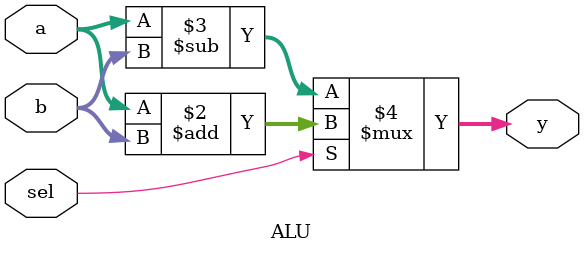
<source format=v>
module ALU(input [3:0]a,b,input sel,output [3:0]y);
  assign y=(sel==1)? a+b: a-b;
endmodule

</source>
